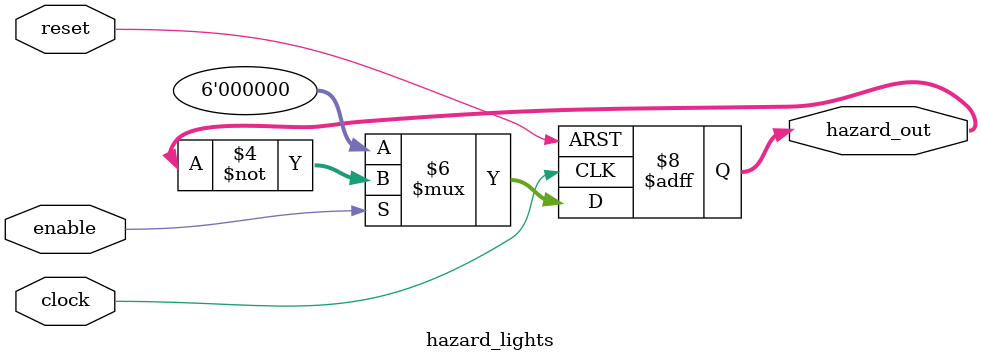
<source format=v>
module hazard_lights(
    input clock,
    input enable,
    input reset,
    output reg [5:0] hazard_out
);

always @ (posedge clock or negedge reset) begin
    if (reset == 0) begin
        hazard_out = 0;
    end

    else if (enable == 0) begin
        hazard_out = 0;
    end
    
    else begin
        hazard_out = ~ hazard_out;
    end
end
endmodule
</source>
